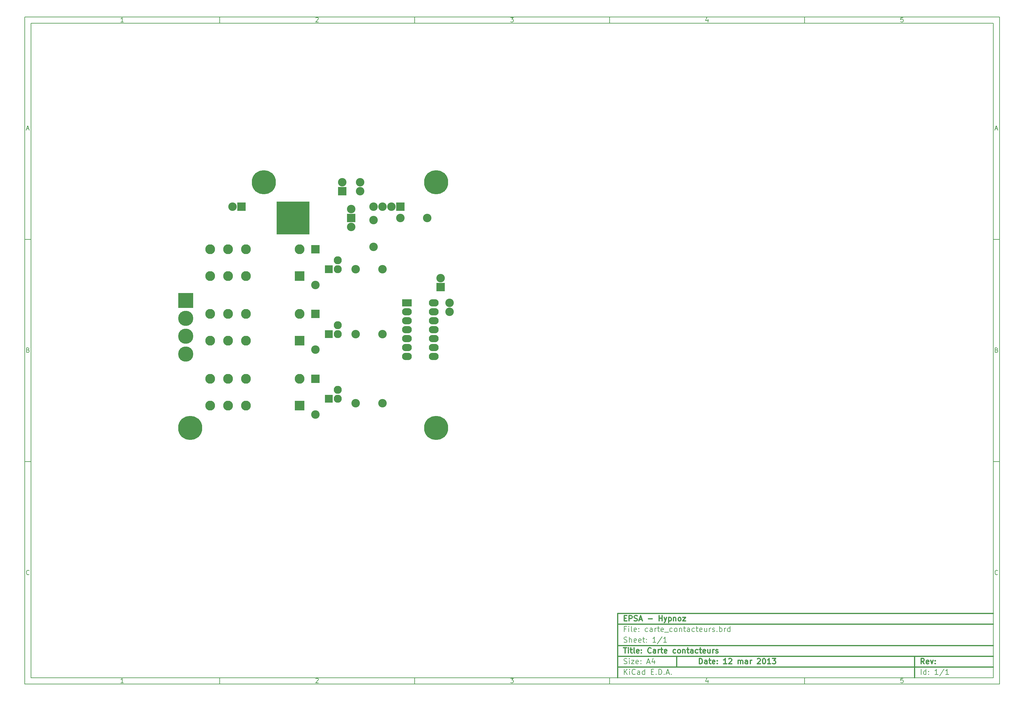
<source format=gbs>
G04 (created by PCBNEW-RS274X (2012-01-19 BZR 3256)-stable) date 12/03/2013 15:32:23*
G01*
G70*
G90*
%MOIN*%
G04 Gerber Fmt 3.4, Leading zero omitted, Abs format*
%FSLAX34Y34*%
G04 APERTURE LIST*
%ADD10C,0.006000*%
%ADD11C,0.012000*%
%ADD12R,0.090000X0.090000*%
%ADD13C,0.090000*%
%ADD14R,0.110000X0.110000*%
%ADD15C,0.110000*%
%ADD16C,0.095000*%
%ADD17R,0.370000X0.370000*%
%ADD18R,0.095000X0.095000*%
%ADD19R,0.110000X0.082000*%
%ADD20O,0.110000X0.082000*%
%ADD21C,0.170000*%
%ADD22R,0.170000X0.170000*%
%ADD23C,0.270000*%
G04 APERTURE END LIST*
G54D10*
X04000Y-04000D02*
X113000Y-04000D01*
X113000Y-78670D01*
X04000Y-78670D01*
X04000Y-04000D01*
X04700Y-04700D02*
X112300Y-04700D01*
X112300Y-77970D01*
X04700Y-77970D01*
X04700Y-04700D01*
X25800Y-04000D02*
X25800Y-04700D01*
X15043Y-04552D02*
X14757Y-04552D01*
X14900Y-04552D02*
X14900Y-04052D01*
X14852Y-04124D01*
X14805Y-04171D01*
X14757Y-04195D01*
X25800Y-78670D02*
X25800Y-77970D01*
X15043Y-78522D02*
X14757Y-78522D01*
X14900Y-78522D02*
X14900Y-78022D01*
X14852Y-78094D01*
X14805Y-78141D01*
X14757Y-78165D01*
X47600Y-04000D02*
X47600Y-04700D01*
X36557Y-04100D02*
X36581Y-04076D01*
X36629Y-04052D01*
X36748Y-04052D01*
X36795Y-04076D01*
X36819Y-04100D01*
X36843Y-04148D01*
X36843Y-04195D01*
X36819Y-04267D01*
X36533Y-04552D01*
X36843Y-04552D01*
X47600Y-78670D02*
X47600Y-77970D01*
X36557Y-78070D02*
X36581Y-78046D01*
X36629Y-78022D01*
X36748Y-78022D01*
X36795Y-78046D01*
X36819Y-78070D01*
X36843Y-78118D01*
X36843Y-78165D01*
X36819Y-78237D01*
X36533Y-78522D01*
X36843Y-78522D01*
X69400Y-04000D02*
X69400Y-04700D01*
X58333Y-04052D02*
X58643Y-04052D01*
X58476Y-04243D01*
X58548Y-04243D01*
X58595Y-04267D01*
X58619Y-04290D01*
X58643Y-04338D01*
X58643Y-04457D01*
X58619Y-04505D01*
X58595Y-04529D01*
X58548Y-04552D01*
X58405Y-04552D01*
X58357Y-04529D01*
X58333Y-04505D01*
X69400Y-78670D02*
X69400Y-77970D01*
X58333Y-78022D02*
X58643Y-78022D01*
X58476Y-78213D01*
X58548Y-78213D01*
X58595Y-78237D01*
X58619Y-78260D01*
X58643Y-78308D01*
X58643Y-78427D01*
X58619Y-78475D01*
X58595Y-78499D01*
X58548Y-78522D01*
X58405Y-78522D01*
X58357Y-78499D01*
X58333Y-78475D01*
X91200Y-04000D02*
X91200Y-04700D01*
X80395Y-04219D02*
X80395Y-04552D01*
X80276Y-04029D02*
X80157Y-04386D01*
X80467Y-04386D01*
X91200Y-78670D02*
X91200Y-77970D01*
X80395Y-78189D02*
X80395Y-78522D01*
X80276Y-77999D02*
X80157Y-78356D01*
X80467Y-78356D01*
X102219Y-04052D02*
X101981Y-04052D01*
X101957Y-04290D01*
X101981Y-04267D01*
X102029Y-04243D01*
X102148Y-04243D01*
X102195Y-04267D01*
X102219Y-04290D01*
X102243Y-04338D01*
X102243Y-04457D01*
X102219Y-04505D01*
X102195Y-04529D01*
X102148Y-04552D01*
X102029Y-04552D01*
X101981Y-04529D01*
X101957Y-04505D01*
X102219Y-78022D02*
X101981Y-78022D01*
X101957Y-78260D01*
X101981Y-78237D01*
X102029Y-78213D01*
X102148Y-78213D01*
X102195Y-78237D01*
X102219Y-78260D01*
X102243Y-78308D01*
X102243Y-78427D01*
X102219Y-78475D01*
X102195Y-78499D01*
X102148Y-78522D01*
X102029Y-78522D01*
X101981Y-78499D01*
X101957Y-78475D01*
X04000Y-28890D02*
X04700Y-28890D01*
X04231Y-16510D02*
X04469Y-16510D01*
X04184Y-16652D02*
X04350Y-16152D01*
X04517Y-16652D01*
X113000Y-28890D02*
X112300Y-28890D01*
X112531Y-16510D02*
X112769Y-16510D01*
X112484Y-16652D02*
X112650Y-16152D01*
X112817Y-16652D01*
X04000Y-53780D02*
X04700Y-53780D01*
X04386Y-41280D02*
X04457Y-41304D01*
X04481Y-41328D01*
X04505Y-41376D01*
X04505Y-41447D01*
X04481Y-41495D01*
X04457Y-41519D01*
X04410Y-41542D01*
X04219Y-41542D01*
X04219Y-41042D01*
X04386Y-41042D01*
X04433Y-41066D01*
X04457Y-41090D01*
X04481Y-41138D01*
X04481Y-41185D01*
X04457Y-41233D01*
X04433Y-41257D01*
X04386Y-41280D01*
X04219Y-41280D01*
X113000Y-53780D02*
X112300Y-53780D01*
X112686Y-41280D02*
X112757Y-41304D01*
X112781Y-41328D01*
X112805Y-41376D01*
X112805Y-41447D01*
X112781Y-41495D01*
X112757Y-41519D01*
X112710Y-41542D01*
X112519Y-41542D01*
X112519Y-41042D01*
X112686Y-41042D01*
X112733Y-41066D01*
X112757Y-41090D01*
X112781Y-41138D01*
X112781Y-41185D01*
X112757Y-41233D01*
X112733Y-41257D01*
X112686Y-41280D01*
X112519Y-41280D01*
X04505Y-66385D02*
X04481Y-66409D01*
X04410Y-66432D01*
X04362Y-66432D01*
X04290Y-66409D01*
X04243Y-66361D01*
X04219Y-66313D01*
X04195Y-66218D01*
X04195Y-66147D01*
X04219Y-66051D01*
X04243Y-66004D01*
X04290Y-65956D01*
X04362Y-65932D01*
X04410Y-65932D01*
X04481Y-65956D01*
X04505Y-65980D01*
X112805Y-66385D02*
X112781Y-66409D01*
X112710Y-66432D01*
X112662Y-66432D01*
X112590Y-66409D01*
X112543Y-66361D01*
X112519Y-66313D01*
X112495Y-66218D01*
X112495Y-66147D01*
X112519Y-66051D01*
X112543Y-66004D01*
X112590Y-65956D01*
X112662Y-65932D01*
X112710Y-65932D01*
X112781Y-65956D01*
X112805Y-65980D01*
G54D11*
X79443Y-76413D02*
X79443Y-75813D01*
X79586Y-75813D01*
X79671Y-75841D01*
X79729Y-75899D01*
X79757Y-75956D01*
X79786Y-76070D01*
X79786Y-76156D01*
X79757Y-76270D01*
X79729Y-76327D01*
X79671Y-76384D01*
X79586Y-76413D01*
X79443Y-76413D01*
X80300Y-76413D02*
X80300Y-76099D01*
X80271Y-76041D01*
X80214Y-76013D01*
X80100Y-76013D01*
X80043Y-76041D01*
X80300Y-76384D02*
X80243Y-76413D01*
X80100Y-76413D01*
X80043Y-76384D01*
X80014Y-76327D01*
X80014Y-76270D01*
X80043Y-76213D01*
X80100Y-76184D01*
X80243Y-76184D01*
X80300Y-76156D01*
X80500Y-76013D02*
X80729Y-76013D01*
X80586Y-75813D02*
X80586Y-76327D01*
X80614Y-76384D01*
X80672Y-76413D01*
X80729Y-76413D01*
X81157Y-76384D02*
X81100Y-76413D01*
X80986Y-76413D01*
X80929Y-76384D01*
X80900Y-76327D01*
X80900Y-76099D01*
X80929Y-76041D01*
X80986Y-76013D01*
X81100Y-76013D01*
X81157Y-76041D01*
X81186Y-76099D01*
X81186Y-76156D01*
X80900Y-76213D01*
X81443Y-76356D02*
X81471Y-76384D01*
X81443Y-76413D01*
X81414Y-76384D01*
X81443Y-76356D01*
X81443Y-76413D01*
X81443Y-76041D02*
X81471Y-76070D01*
X81443Y-76099D01*
X81414Y-76070D01*
X81443Y-76041D01*
X81443Y-76099D01*
X82500Y-76413D02*
X82157Y-76413D01*
X82329Y-76413D02*
X82329Y-75813D01*
X82272Y-75899D01*
X82214Y-75956D01*
X82157Y-75984D01*
X82728Y-75870D02*
X82757Y-75841D01*
X82814Y-75813D01*
X82957Y-75813D01*
X83014Y-75841D01*
X83043Y-75870D01*
X83071Y-75927D01*
X83071Y-75984D01*
X83043Y-76070D01*
X82700Y-76413D01*
X83071Y-76413D01*
X83785Y-76413D02*
X83785Y-76013D01*
X83785Y-76070D02*
X83813Y-76041D01*
X83871Y-76013D01*
X83956Y-76013D01*
X84013Y-76041D01*
X84042Y-76099D01*
X84042Y-76413D01*
X84042Y-76099D02*
X84071Y-76041D01*
X84128Y-76013D01*
X84213Y-76013D01*
X84271Y-76041D01*
X84299Y-76099D01*
X84299Y-76413D01*
X84842Y-76413D02*
X84842Y-76099D01*
X84813Y-76041D01*
X84756Y-76013D01*
X84642Y-76013D01*
X84585Y-76041D01*
X84842Y-76384D02*
X84785Y-76413D01*
X84642Y-76413D01*
X84585Y-76384D01*
X84556Y-76327D01*
X84556Y-76270D01*
X84585Y-76213D01*
X84642Y-76184D01*
X84785Y-76184D01*
X84842Y-76156D01*
X85128Y-76413D02*
X85128Y-76013D01*
X85128Y-76127D02*
X85156Y-76070D01*
X85185Y-76041D01*
X85242Y-76013D01*
X85299Y-76013D01*
X85927Y-75870D02*
X85956Y-75841D01*
X86013Y-75813D01*
X86156Y-75813D01*
X86213Y-75841D01*
X86242Y-75870D01*
X86270Y-75927D01*
X86270Y-75984D01*
X86242Y-76070D01*
X85899Y-76413D01*
X86270Y-76413D01*
X86641Y-75813D02*
X86698Y-75813D01*
X86755Y-75841D01*
X86784Y-75870D01*
X86813Y-75927D01*
X86841Y-76041D01*
X86841Y-76184D01*
X86813Y-76299D01*
X86784Y-76356D01*
X86755Y-76384D01*
X86698Y-76413D01*
X86641Y-76413D01*
X86584Y-76384D01*
X86555Y-76356D01*
X86527Y-76299D01*
X86498Y-76184D01*
X86498Y-76041D01*
X86527Y-75927D01*
X86555Y-75870D01*
X86584Y-75841D01*
X86641Y-75813D01*
X87412Y-76413D02*
X87069Y-76413D01*
X87241Y-76413D02*
X87241Y-75813D01*
X87184Y-75899D01*
X87126Y-75956D01*
X87069Y-75984D01*
X87612Y-75813D02*
X87983Y-75813D01*
X87783Y-76041D01*
X87869Y-76041D01*
X87926Y-76070D01*
X87955Y-76099D01*
X87983Y-76156D01*
X87983Y-76299D01*
X87955Y-76356D01*
X87926Y-76384D01*
X87869Y-76413D01*
X87697Y-76413D01*
X87640Y-76384D01*
X87612Y-76356D01*
G54D10*
X71043Y-77613D02*
X71043Y-77013D01*
X71386Y-77613D02*
X71129Y-77270D01*
X71386Y-77013D02*
X71043Y-77356D01*
X71643Y-77613D02*
X71643Y-77213D01*
X71643Y-77013D02*
X71614Y-77041D01*
X71643Y-77070D01*
X71671Y-77041D01*
X71643Y-77013D01*
X71643Y-77070D01*
X72272Y-77556D02*
X72243Y-77584D01*
X72157Y-77613D01*
X72100Y-77613D01*
X72015Y-77584D01*
X71957Y-77527D01*
X71929Y-77470D01*
X71900Y-77356D01*
X71900Y-77270D01*
X71929Y-77156D01*
X71957Y-77099D01*
X72015Y-77041D01*
X72100Y-77013D01*
X72157Y-77013D01*
X72243Y-77041D01*
X72272Y-77070D01*
X72786Y-77613D02*
X72786Y-77299D01*
X72757Y-77241D01*
X72700Y-77213D01*
X72586Y-77213D01*
X72529Y-77241D01*
X72786Y-77584D02*
X72729Y-77613D01*
X72586Y-77613D01*
X72529Y-77584D01*
X72500Y-77527D01*
X72500Y-77470D01*
X72529Y-77413D01*
X72586Y-77384D01*
X72729Y-77384D01*
X72786Y-77356D01*
X73329Y-77613D02*
X73329Y-77013D01*
X73329Y-77584D02*
X73272Y-77613D01*
X73158Y-77613D01*
X73100Y-77584D01*
X73072Y-77556D01*
X73043Y-77499D01*
X73043Y-77327D01*
X73072Y-77270D01*
X73100Y-77241D01*
X73158Y-77213D01*
X73272Y-77213D01*
X73329Y-77241D01*
X74072Y-77299D02*
X74272Y-77299D01*
X74358Y-77613D02*
X74072Y-77613D01*
X74072Y-77013D01*
X74358Y-77013D01*
X74615Y-77556D02*
X74643Y-77584D01*
X74615Y-77613D01*
X74586Y-77584D01*
X74615Y-77556D01*
X74615Y-77613D01*
X74901Y-77613D02*
X74901Y-77013D01*
X75044Y-77013D01*
X75129Y-77041D01*
X75187Y-77099D01*
X75215Y-77156D01*
X75244Y-77270D01*
X75244Y-77356D01*
X75215Y-77470D01*
X75187Y-77527D01*
X75129Y-77584D01*
X75044Y-77613D01*
X74901Y-77613D01*
X75501Y-77556D02*
X75529Y-77584D01*
X75501Y-77613D01*
X75472Y-77584D01*
X75501Y-77556D01*
X75501Y-77613D01*
X75758Y-77441D02*
X76044Y-77441D01*
X75701Y-77613D02*
X75901Y-77013D01*
X76101Y-77613D01*
X76301Y-77556D02*
X76329Y-77584D01*
X76301Y-77613D01*
X76272Y-77584D01*
X76301Y-77556D01*
X76301Y-77613D01*
G54D11*
X104586Y-76413D02*
X104386Y-76127D01*
X104243Y-76413D02*
X104243Y-75813D01*
X104471Y-75813D01*
X104529Y-75841D01*
X104557Y-75870D01*
X104586Y-75927D01*
X104586Y-76013D01*
X104557Y-76070D01*
X104529Y-76099D01*
X104471Y-76127D01*
X104243Y-76127D01*
X105071Y-76384D02*
X105014Y-76413D01*
X104900Y-76413D01*
X104843Y-76384D01*
X104814Y-76327D01*
X104814Y-76099D01*
X104843Y-76041D01*
X104900Y-76013D01*
X105014Y-76013D01*
X105071Y-76041D01*
X105100Y-76099D01*
X105100Y-76156D01*
X104814Y-76213D01*
X105300Y-76013D02*
X105443Y-76413D01*
X105585Y-76013D01*
X105814Y-76356D02*
X105842Y-76384D01*
X105814Y-76413D01*
X105785Y-76384D01*
X105814Y-76356D01*
X105814Y-76413D01*
X105814Y-76041D02*
X105842Y-76070D01*
X105814Y-76099D01*
X105785Y-76070D01*
X105814Y-76041D01*
X105814Y-76099D01*
G54D10*
X71014Y-76384D02*
X71100Y-76413D01*
X71243Y-76413D01*
X71300Y-76384D01*
X71329Y-76356D01*
X71357Y-76299D01*
X71357Y-76241D01*
X71329Y-76184D01*
X71300Y-76156D01*
X71243Y-76127D01*
X71129Y-76099D01*
X71071Y-76070D01*
X71043Y-76041D01*
X71014Y-75984D01*
X71014Y-75927D01*
X71043Y-75870D01*
X71071Y-75841D01*
X71129Y-75813D01*
X71271Y-75813D01*
X71357Y-75841D01*
X71614Y-76413D02*
X71614Y-76013D01*
X71614Y-75813D02*
X71585Y-75841D01*
X71614Y-75870D01*
X71642Y-75841D01*
X71614Y-75813D01*
X71614Y-75870D01*
X71843Y-76013D02*
X72157Y-76013D01*
X71843Y-76413D01*
X72157Y-76413D01*
X72614Y-76384D02*
X72557Y-76413D01*
X72443Y-76413D01*
X72386Y-76384D01*
X72357Y-76327D01*
X72357Y-76099D01*
X72386Y-76041D01*
X72443Y-76013D01*
X72557Y-76013D01*
X72614Y-76041D01*
X72643Y-76099D01*
X72643Y-76156D01*
X72357Y-76213D01*
X72900Y-76356D02*
X72928Y-76384D01*
X72900Y-76413D01*
X72871Y-76384D01*
X72900Y-76356D01*
X72900Y-76413D01*
X72900Y-76041D02*
X72928Y-76070D01*
X72900Y-76099D01*
X72871Y-76070D01*
X72900Y-76041D01*
X72900Y-76099D01*
X73614Y-76241D02*
X73900Y-76241D01*
X73557Y-76413D02*
X73757Y-75813D01*
X73957Y-76413D01*
X74414Y-76013D02*
X74414Y-76413D01*
X74271Y-75784D02*
X74128Y-76213D01*
X74500Y-76213D01*
X104243Y-77613D02*
X104243Y-77013D01*
X104786Y-77613D02*
X104786Y-77013D01*
X104786Y-77584D02*
X104729Y-77613D01*
X104615Y-77613D01*
X104557Y-77584D01*
X104529Y-77556D01*
X104500Y-77499D01*
X104500Y-77327D01*
X104529Y-77270D01*
X104557Y-77241D01*
X104615Y-77213D01*
X104729Y-77213D01*
X104786Y-77241D01*
X105072Y-77556D02*
X105100Y-77584D01*
X105072Y-77613D01*
X105043Y-77584D01*
X105072Y-77556D01*
X105072Y-77613D01*
X105072Y-77241D02*
X105100Y-77270D01*
X105072Y-77299D01*
X105043Y-77270D01*
X105072Y-77241D01*
X105072Y-77299D01*
X106129Y-77613D02*
X105786Y-77613D01*
X105958Y-77613D02*
X105958Y-77013D01*
X105901Y-77099D01*
X105843Y-77156D01*
X105786Y-77184D01*
X106814Y-76984D02*
X106300Y-77756D01*
X107329Y-77613D02*
X106986Y-77613D01*
X107158Y-77613D02*
X107158Y-77013D01*
X107101Y-77099D01*
X107043Y-77156D01*
X106986Y-77184D01*
G54D11*
X70957Y-74613D02*
X71300Y-74613D01*
X71129Y-75213D02*
X71129Y-74613D01*
X71500Y-75213D02*
X71500Y-74813D01*
X71500Y-74613D02*
X71471Y-74641D01*
X71500Y-74670D01*
X71528Y-74641D01*
X71500Y-74613D01*
X71500Y-74670D01*
X71700Y-74813D02*
X71929Y-74813D01*
X71786Y-74613D02*
X71786Y-75127D01*
X71814Y-75184D01*
X71872Y-75213D01*
X71929Y-75213D01*
X72215Y-75213D02*
X72157Y-75184D01*
X72129Y-75127D01*
X72129Y-74613D01*
X72671Y-75184D02*
X72614Y-75213D01*
X72500Y-75213D01*
X72443Y-75184D01*
X72414Y-75127D01*
X72414Y-74899D01*
X72443Y-74841D01*
X72500Y-74813D01*
X72614Y-74813D01*
X72671Y-74841D01*
X72700Y-74899D01*
X72700Y-74956D01*
X72414Y-75013D01*
X72957Y-75156D02*
X72985Y-75184D01*
X72957Y-75213D01*
X72928Y-75184D01*
X72957Y-75156D01*
X72957Y-75213D01*
X72957Y-74841D02*
X72985Y-74870D01*
X72957Y-74899D01*
X72928Y-74870D01*
X72957Y-74841D01*
X72957Y-74899D01*
X74043Y-75156D02*
X74014Y-75184D01*
X73928Y-75213D01*
X73871Y-75213D01*
X73786Y-75184D01*
X73728Y-75127D01*
X73700Y-75070D01*
X73671Y-74956D01*
X73671Y-74870D01*
X73700Y-74756D01*
X73728Y-74699D01*
X73786Y-74641D01*
X73871Y-74613D01*
X73928Y-74613D01*
X74014Y-74641D01*
X74043Y-74670D01*
X74557Y-75213D02*
X74557Y-74899D01*
X74528Y-74841D01*
X74471Y-74813D01*
X74357Y-74813D01*
X74300Y-74841D01*
X74557Y-75184D02*
X74500Y-75213D01*
X74357Y-75213D01*
X74300Y-75184D01*
X74271Y-75127D01*
X74271Y-75070D01*
X74300Y-75013D01*
X74357Y-74984D01*
X74500Y-74984D01*
X74557Y-74956D01*
X74843Y-75213D02*
X74843Y-74813D01*
X74843Y-74927D02*
X74871Y-74870D01*
X74900Y-74841D01*
X74957Y-74813D01*
X75014Y-74813D01*
X75128Y-74813D02*
X75357Y-74813D01*
X75214Y-74613D02*
X75214Y-75127D01*
X75242Y-75184D01*
X75300Y-75213D01*
X75357Y-75213D01*
X75785Y-75184D02*
X75728Y-75213D01*
X75614Y-75213D01*
X75557Y-75184D01*
X75528Y-75127D01*
X75528Y-74899D01*
X75557Y-74841D01*
X75614Y-74813D01*
X75728Y-74813D01*
X75785Y-74841D01*
X75814Y-74899D01*
X75814Y-74956D01*
X75528Y-75013D01*
X76785Y-75184D02*
X76728Y-75213D01*
X76614Y-75213D01*
X76556Y-75184D01*
X76528Y-75156D01*
X76499Y-75099D01*
X76499Y-74927D01*
X76528Y-74870D01*
X76556Y-74841D01*
X76614Y-74813D01*
X76728Y-74813D01*
X76785Y-74841D01*
X77128Y-75213D02*
X77070Y-75184D01*
X77042Y-75156D01*
X77013Y-75099D01*
X77013Y-74927D01*
X77042Y-74870D01*
X77070Y-74841D01*
X77128Y-74813D01*
X77213Y-74813D01*
X77270Y-74841D01*
X77299Y-74870D01*
X77328Y-74927D01*
X77328Y-75099D01*
X77299Y-75156D01*
X77270Y-75184D01*
X77213Y-75213D01*
X77128Y-75213D01*
X77585Y-74813D02*
X77585Y-75213D01*
X77585Y-74870D02*
X77613Y-74841D01*
X77671Y-74813D01*
X77756Y-74813D01*
X77813Y-74841D01*
X77842Y-74899D01*
X77842Y-75213D01*
X78042Y-74813D02*
X78271Y-74813D01*
X78128Y-74613D02*
X78128Y-75127D01*
X78156Y-75184D01*
X78214Y-75213D01*
X78271Y-75213D01*
X78728Y-75213D02*
X78728Y-74899D01*
X78699Y-74841D01*
X78642Y-74813D01*
X78528Y-74813D01*
X78471Y-74841D01*
X78728Y-75184D02*
X78671Y-75213D01*
X78528Y-75213D01*
X78471Y-75184D01*
X78442Y-75127D01*
X78442Y-75070D01*
X78471Y-75013D01*
X78528Y-74984D01*
X78671Y-74984D01*
X78728Y-74956D01*
X79271Y-75184D02*
X79214Y-75213D01*
X79100Y-75213D01*
X79042Y-75184D01*
X79014Y-75156D01*
X78985Y-75099D01*
X78985Y-74927D01*
X79014Y-74870D01*
X79042Y-74841D01*
X79100Y-74813D01*
X79214Y-74813D01*
X79271Y-74841D01*
X79442Y-74813D02*
X79671Y-74813D01*
X79528Y-74613D02*
X79528Y-75127D01*
X79556Y-75184D01*
X79614Y-75213D01*
X79671Y-75213D01*
X80099Y-75184D02*
X80042Y-75213D01*
X79928Y-75213D01*
X79871Y-75184D01*
X79842Y-75127D01*
X79842Y-74899D01*
X79871Y-74841D01*
X79928Y-74813D01*
X80042Y-74813D01*
X80099Y-74841D01*
X80128Y-74899D01*
X80128Y-74956D01*
X79842Y-75013D01*
X80642Y-74813D02*
X80642Y-75213D01*
X80385Y-74813D02*
X80385Y-75127D01*
X80413Y-75184D01*
X80471Y-75213D01*
X80556Y-75213D01*
X80613Y-75184D01*
X80642Y-75156D01*
X80928Y-75213D02*
X80928Y-74813D01*
X80928Y-74927D02*
X80956Y-74870D01*
X80985Y-74841D01*
X81042Y-74813D01*
X81099Y-74813D01*
X81270Y-75184D02*
X81327Y-75213D01*
X81442Y-75213D01*
X81499Y-75184D01*
X81527Y-75127D01*
X81527Y-75099D01*
X81499Y-75041D01*
X81442Y-75013D01*
X81356Y-75013D01*
X81299Y-74984D01*
X81270Y-74927D01*
X81270Y-74899D01*
X81299Y-74841D01*
X81356Y-74813D01*
X81442Y-74813D01*
X81499Y-74841D01*
G54D10*
X71243Y-72499D02*
X71043Y-72499D01*
X71043Y-72813D02*
X71043Y-72213D01*
X71329Y-72213D01*
X71557Y-72813D02*
X71557Y-72413D01*
X71557Y-72213D02*
X71528Y-72241D01*
X71557Y-72270D01*
X71585Y-72241D01*
X71557Y-72213D01*
X71557Y-72270D01*
X71929Y-72813D02*
X71871Y-72784D01*
X71843Y-72727D01*
X71843Y-72213D01*
X72385Y-72784D02*
X72328Y-72813D01*
X72214Y-72813D01*
X72157Y-72784D01*
X72128Y-72727D01*
X72128Y-72499D01*
X72157Y-72441D01*
X72214Y-72413D01*
X72328Y-72413D01*
X72385Y-72441D01*
X72414Y-72499D01*
X72414Y-72556D01*
X72128Y-72613D01*
X72671Y-72756D02*
X72699Y-72784D01*
X72671Y-72813D01*
X72642Y-72784D01*
X72671Y-72756D01*
X72671Y-72813D01*
X72671Y-72441D02*
X72699Y-72470D01*
X72671Y-72499D01*
X72642Y-72470D01*
X72671Y-72441D01*
X72671Y-72499D01*
X73671Y-72784D02*
X73614Y-72813D01*
X73500Y-72813D01*
X73442Y-72784D01*
X73414Y-72756D01*
X73385Y-72699D01*
X73385Y-72527D01*
X73414Y-72470D01*
X73442Y-72441D01*
X73500Y-72413D01*
X73614Y-72413D01*
X73671Y-72441D01*
X74185Y-72813D02*
X74185Y-72499D01*
X74156Y-72441D01*
X74099Y-72413D01*
X73985Y-72413D01*
X73928Y-72441D01*
X74185Y-72784D02*
X74128Y-72813D01*
X73985Y-72813D01*
X73928Y-72784D01*
X73899Y-72727D01*
X73899Y-72670D01*
X73928Y-72613D01*
X73985Y-72584D01*
X74128Y-72584D01*
X74185Y-72556D01*
X74471Y-72813D02*
X74471Y-72413D01*
X74471Y-72527D02*
X74499Y-72470D01*
X74528Y-72441D01*
X74585Y-72413D01*
X74642Y-72413D01*
X74756Y-72413D02*
X74985Y-72413D01*
X74842Y-72213D02*
X74842Y-72727D01*
X74870Y-72784D01*
X74928Y-72813D01*
X74985Y-72813D01*
X75413Y-72784D02*
X75356Y-72813D01*
X75242Y-72813D01*
X75185Y-72784D01*
X75156Y-72727D01*
X75156Y-72499D01*
X75185Y-72441D01*
X75242Y-72413D01*
X75356Y-72413D01*
X75413Y-72441D01*
X75442Y-72499D01*
X75442Y-72556D01*
X75156Y-72613D01*
X75556Y-72870D02*
X76013Y-72870D01*
X76413Y-72784D02*
X76356Y-72813D01*
X76242Y-72813D01*
X76184Y-72784D01*
X76156Y-72756D01*
X76127Y-72699D01*
X76127Y-72527D01*
X76156Y-72470D01*
X76184Y-72441D01*
X76242Y-72413D01*
X76356Y-72413D01*
X76413Y-72441D01*
X76756Y-72813D02*
X76698Y-72784D01*
X76670Y-72756D01*
X76641Y-72699D01*
X76641Y-72527D01*
X76670Y-72470D01*
X76698Y-72441D01*
X76756Y-72413D01*
X76841Y-72413D01*
X76898Y-72441D01*
X76927Y-72470D01*
X76956Y-72527D01*
X76956Y-72699D01*
X76927Y-72756D01*
X76898Y-72784D01*
X76841Y-72813D01*
X76756Y-72813D01*
X77213Y-72413D02*
X77213Y-72813D01*
X77213Y-72470D02*
X77241Y-72441D01*
X77299Y-72413D01*
X77384Y-72413D01*
X77441Y-72441D01*
X77470Y-72499D01*
X77470Y-72813D01*
X77670Y-72413D02*
X77899Y-72413D01*
X77756Y-72213D02*
X77756Y-72727D01*
X77784Y-72784D01*
X77842Y-72813D01*
X77899Y-72813D01*
X78356Y-72813D02*
X78356Y-72499D01*
X78327Y-72441D01*
X78270Y-72413D01*
X78156Y-72413D01*
X78099Y-72441D01*
X78356Y-72784D02*
X78299Y-72813D01*
X78156Y-72813D01*
X78099Y-72784D01*
X78070Y-72727D01*
X78070Y-72670D01*
X78099Y-72613D01*
X78156Y-72584D01*
X78299Y-72584D01*
X78356Y-72556D01*
X78899Y-72784D02*
X78842Y-72813D01*
X78728Y-72813D01*
X78670Y-72784D01*
X78642Y-72756D01*
X78613Y-72699D01*
X78613Y-72527D01*
X78642Y-72470D01*
X78670Y-72441D01*
X78728Y-72413D01*
X78842Y-72413D01*
X78899Y-72441D01*
X79070Y-72413D02*
X79299Y-72413D01*
X79156Y-72213D02*
X79156Y-72727D01*
X79184Y-72784D01*
X79242Y-72813D01*
X79299Y-72813D01*
X79727Y-72784D02*
X79670Y-72813D01*
X79556Y-72813D01*
X79499Y-72784D01*
X79470Y-72727D01*
X79470Y-72499D01*
X79499Y-72441D01*
X79556Y-72413D01*
X79670Y-72413D01*
X79727Y-72441D01*
X79756Y-72499D01*
X79756Y-72556D01*
X79470Y-72613D01*
X80270Y-72413D02*
X80270Y-72813D01*
X80013Y-72413D02*
X80013Y-72727D01*
X80041Y-72784D01*
X80099Y-72813D01*
X80184Y-72813D01*
X80241Y-72784D01*
X80270Y-72756D01*
X80556Y-72813D02*
X80556Y-72413D01*
X80556Y-72527D02*
X80584Y-72470D01*
X80613Y-72441D01*
X80670Y-72413D01*
X80727Y-72413D01*
X80898Y-72784D02*
X80955Y-72813D01*
X81070Y-72813D01*
X81127Y-72784D01*
X81155Y-72727D01*
X81155Y-72699D01*
X81127Y-72641D01*
X81070Y-72613D01*
X80984Y-72613D01*
X80927Y-72584D01*
X80898Y-72527D01*
X80898Y-72499D01*
X80927Y-72441D01*
X80984Y-72413D01*
X81070Y-72413D01*
X81127Y-72441D01*
X81413Y-72756D02*
X81441Y-72784D01*
X81413Y-72813D01*
X81384Y-72784D01*
X81413Y-72756D01*
X81413Y-72813D01*
X81699Y-72813D02*
X81699Y-72213D01*
X81699Y-72441D02*
X81756Y-72413D01*
X81870Y-72413D01*
X81927Y-72441D01*
X81956Y-72470D01*
X81985Y-72527D01*
X81985Y-72699D01*
X81956Y-72756D01*
X81927Y-72784D01*
X81870Y-72813D01*
X81756Y-72813D01*
X81699Y-72784D01*
X82242Y-72813D02*
X82242Y-72413D01*
X82242Y-72527D02*
X82270Y-72470D01*
X82299Y-72441D01*
X82356Y-72413D01*
X82413Y-72413D01*
X82870Y-72813D02*
X82870Y-72213D01*
X82870Y-72784D02*
X82813Y-72813D01*
X82699Y-72813D01*
X82641Y-72784D01*
X82613Y-72756D01*
X82584Y-72699D01*
X82584Y-72527D01*
X82613Y-72470D01*
X82641Y-72441D01*
X82699Y-72413D01*
X82813Y-72413D01*
X82870Y-72441D01*
X71014Y-73984D02*
X71100Y-74013D01*
X71243Y-74013D01*
X71300Y-73984D01*
X71329Y-73956D01*
X71357Y-73899D01*
X71357Y-73841D01*
X71329Y-73784D01*
X71300Y-73756D01*
X71243Y-73727D01*
X71129Y-73699D01*
X71071Y-73670D01*
X71043Y-73641D01*
X71014Y-73584D01*
X71014Y-73527D01*
X71043Y-73470D01*
X71071Y-73441D01*
X71129Y-73413D01*
X71271Y-73413D01*
X71357Y-73441D01*
X71614Y-74013D02*
X71614Y-73413D01*
X71871Y-74013D02*
X71871Y-73699D01*
X71842Y-73641D01*
X71785Y-73613D01*
X71700Y-73613D01*
X71642Y-73641D01*
X71614Y-73670D01*
X72385Y-73984D02*
X72328Y-74013D01*
X72214Y-74013D01*
X72157Y-73984D01*
X72128Y-73927D01*
X72128Y-73699D01*
X72157Y-73641D01*
X72214Y-73613D01*
X72328Y-73613D01*
X72385Y-73641D01*
X72414Y-73699D01*
X72414Y-73756D01*
X72128Y-73813D01*
X72899Y-73984D02*
X72842Y-74013D01*
X72728Y-74013D01*
X72671Y-73984D01*
X72642Y-73927D01*
X72642Y-73699D01*
X72671Y-73641D01*
X72728Y-73613D01*
X72842Y-73613D01*
X72899Y-73641D01*
X72928Y-73699D01*
X72928Y-73756D01*
X72642Y-73813D01*
X73099Y-73613D02*
X73328Y-73613D01*
X73185Y-73413D02*
X73185Y-73927D01*
X73213Y-73984D01*
X73271Y-74013D01*
X73328Y-74013D01*
X73528Y-73956D02*
X73556Y-73984D01*
X73528Y-74013D01*
X73499Y-73984D01*
X73528Y-73956D01*
X73528Y-74013D01*
X73528Y-73641D02*
X73556Y-73670D01*
X73528Y-73699D01*
X73499Y-73670D01*
X73528Y-73641D01*
X73528Y-73699D01*
X74585Y-74013D02*
X74242Y-74013D01*
X74414Y-74013D02*
X74414Y-73413D01*
X74357Y-73499D01*
X74299Y-73556D01*
X74242Y-73584D01*
X75270Y-73384D02*
X74756Y-74156D01*
X75785Y-74013D02*
X75442Y-74013D01*
X75614Y-74013D02*
X75614Y-73413D01*
X75557Y-73499D01*
X75499Y-73556D01*
X75442Y-73584D01*
G54D11*
X71043Y-71299D02*
X71243Y-71299D01*
X71329Y-71613D02*
X71043Y-71613D01*
X71043Y-71013D01*
X71329Y-71013D01*
X71586Y-71613D02*
X71586Y-71013D01*
X71814Y-71013D01*
X71872Y-71041D01*
X71900Y-71070D01*
X71929Y-71127D01*
X71929Y-71213D01*
X71900Y-71270D01*
X71872Y-71299D01*
X71814Y-71327D01*
X71586Y-71327D01*
X72157Y-71584D02*
X72243Y-71613D01*
X72386Y-71613D01*
X72443Y-71584D01*
X72472Y-71556D01*
X72500Y-71499D01*
X72500Y-71441D01*
X72472Y-71384D01*
X72443Y-71356D01*
X72386Y-71327D01*
X72272Y-71299D01*
X72214Y-71270D01*
X72186Y-71241D01*
X72157Y-71184D01*
X72157Y-71127D01*
X72186Y-71070D01*
X72214Y-71041D01*
X72272Y-71013D01*
X72414Y-71013D01*
X72500Y-71041D01*
X72728Y-71441D02*
X73014Y-71441D01*
X72671Y-71613D02*
X72871Y-71013D01*
X73071Y-71613D01*
X73728Y-71384D02*
X74185Y-71384D01*
X74928Y-71613D02*
X74928Y-71013D01*
X74928Y-71299D02*
X75271Y-71299D01*
X75271Y-71613D02*
X75271Y-71013D01*
X75500Y-71213D02*
X75643Y-71613D01*
X75785Y-71213D02*
X75643Y-71613D01*
X75585Y-71756D01*
X75557Y-71784D01*
X75500Y-71813D01*
X76014Y-71213D02*
X76014Y-71813D01*
X76014Y-71241D02*
X76071Y-71213D01*
X76185Y-71213D01*
X76242Y-71241D01*
X76271Y-71270D01*
X76300Y-71327D01*
X76300Y-71499D01*
X76271Y-71556D01*
X76242Y-71584D01*
X76185Y-71613D01*
X76071Y-71613D01*
X76014Y-71584D01*
X76557Y-71213D02*
X76557Y-71613D01*
X76557Y-71270D02*
X76585Y-71241D01*
X76643Y-71213D01*
X76728Y-71213D01*
X76785Y-71241D01*
X76814Y-71299D01*
X76814Y-71613D01*
X77186Y-71613D02*
X77128Y-71584D01*
X77100Y-71556D01*
X77071Y-71499D01*
X77071Y-71327D01*
X77100Y-71270D01*
X77128Y-71241D01*
X77186Y-71213D01*
X77271Y-71213D01*
X77328Y-71241D01*
X77357Y-71270D01*
X77386Y-71327D01*
X77386Y-71499D01*
X77357Y-71556D01*
X77328Y-71584D01*
X77271Y-71613D01*
X77186Y-71613D01*
X77586Y-71213D02*
X77900Y-71213D01*
X77586Y-71613D01*
X77900Y-71613D01*
X70300Y-70770D02*
X70300Y-77970D01*
X70300Y-71970D02*
X112300Y-71970D01*
X70300Y-70770D02*
X112300Y-70770D01*
X70300Y-74370D02*
X112300Y-74370D01*
X103500Y-75570D02*
X103500Y-77970D01*
X70300Y-76770D02*
X112300Y-76770D01*
X70300Y-75570D02*
X112300Y-75570D01*
X76900Y-75570D02*
X76900Y-76770D01*
G54D12*
X38000Y-39500D03*
G54D13*
X39000Y-39500D03*
X39000Y-38500D03*
G54D12*
X38000Y-32250D03*
G54D13*
X39000Y-32250D03*
X39000Y-31250D03*
G54D12*
X38000Y-46750D03*
G54D13*
X39000Y-46750D03*
X39000Y-45750D03*
G54D14*
X34750Y-47500D03*
G54D15*
X34750Y-44500D03*
X28750Y-47500D03*
X28750Y-44500D03*
X26750Y-47500D03*
X26750Y-44500D03*
X24750Y-47500D03*
X24750Y-44500D03*
G54D14*
X34750Y-33000D03*
G54D15*
X34750Y-30000D03*
X28750Y-33000D03*
X28750Y-30000D03*
X26750Y-33000D03*
X26750Y-30000D03*
X24750Y-33000D03*
X24750Y-30000D03*
G54D14*
X34750Y-40250D03*
G54D15*
X34750Y-37250D03*
X28750Y-40250D03*
X28750Y-37250D03*
X26750Y-40250D03*
X26750Y-37250D03*
X24750Y-40250D03*
X24750Y-37250D03*
G54D16*
X41000Y-39500D03*
X44000Y-39500D03*
X43000Y-26750D03*
X43000Y-29750D03*
X49000Y-26500D03*
X46000Y-26500D03*
X41000Y-47250D03*
X44000Y-47250D03*
X41000Y-32250D03*
X44000Y-32250D03*
G54D17*
X34000Y-26500D03*
G54D16*
X40500Y-27500D03*
G54D18*
X40500Y-26500D03*
G54D16*
X40500Y-25500D03*
G54D18*
X46000Y-25250D03*
G54D16*
X45000Y-25250D03*
X44000Y-25250D03*
X43000Y-25250D03*
G54D18*
X28250Y-25250D03*
G54D16*
X27250Y-25250D03*
G54D19*
X46750Y-36000D03*
G54D20*
X46750Y-37000D03*
X46750Y-38000D03*
X46750Y-39000D03*
X46750Y-40000D03*
X46750Y-41000D03*
X46750Y-42000D03*
X49750Y-42000D03*
X49750Y-41000D03*
X49750Y-40000D03*
X49750Y-39000D03*
X49750Y-38000D03*
X49750Y-37000D03*
X49750Y-36000D03*
G54D18*
X50500Y-34250D03*
G54D16*
X50500Y-33250D03*
G54D18*
X39500Y-23500D03*
G54D16*
X39500Y-22500D03*
X41500Y-23500D03*
X41500Y-22500D03*
X51500Y-36000D03*
X51500Y-37000D03*
G54D21*
X22000Y-37750D03*
X22000Y-39750D03*
G54D22*
X22000Y-35750D03*
G54D21*
X22000Y-41750D03*
G54D23*
X50000Y-22500D03*
X50000Y-50000D03*
X22500Y-50000D03*
X30750Y-22500D03*
G54D16*
X36500Y-41250D03*
G54D18*
X36500Y-37250D03*
G54D16*
X36500Y-34000D03*
G54D18*
X36500Y-30000D03*
G54D16*
X36500Y-48500D03*
G54D18*
X36500Y-44500D03*
M02*

</source>
